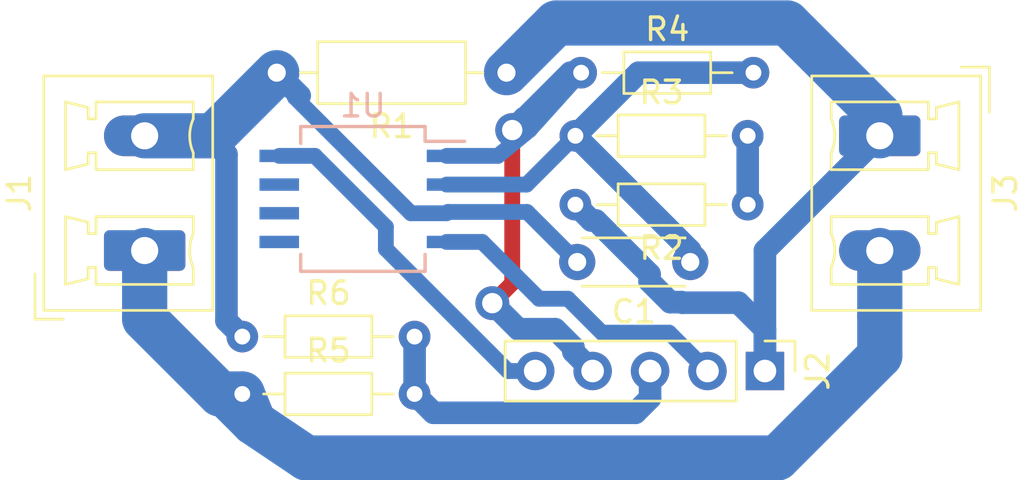
<source format=kicad_pcb>
(kicad_pcb (version 20171130) (host pcbnew 5.1.5-52549c5~84~ubuntu16.04.1)

  (general
    (thickness 1.6)
    (drawings 0)
    (tracks 84)
    (zones 0)
    (modules 11)
    (nets 10)
  )

  (page A4)
  (layers
    (0 F.Cu signal)
    (31 B.Cu signal)
    (32 B.Adhes user)
    (33 F.Adhes user)
    (34 B.Paste user)
    (35 F.Paste user)
    (36 B.SilkS user)
    (37 F.SilkS user)
    (38 B.Mask user)
    (39 F.Mask user)
    (40 Dwgs.User user)
    (41 Cmts.User user)
    (42 Eco1.User user)
    (43 Eco2.User user)
    (44 Edge.Cuts user)
    (45 Margin user)
    (46 B.CrtYd user)
    (47 F.CrtYd user)
    (48 B.Fab user)
    (49 F.Fab user)
  )

  (setup
    (last_trace_width 2)
    (trace_clearance 0.5)
    (zone_clearance 0.508)
    (zone_45_only no)
    (trace_min 0.2)
    (via_size 1.5)
    (via_drill 0.9)
    (via_min_size 0.4)
    (via_min_drill 0.3)
    (uvia_size 0.3)
    (uvia_drill 0.1)
    (uvias_allowed no)
    (uvia_min_size 0.2)
    (uvia_min_drill 0.1)
    (edge_width 0.05)
    (segment_width 0.2)
    (pcb_text_width 0.3)
    (pcb_text_size 1.5 1.5)
    (mod_edge_width 0.12)
    (mod_text_size 1 1)
    (mod_text_width 0.15)
    (pad_size 1.524 1.524)
    (pad_drill 0.762)
    (pad_to_mask_clearance 0.051)
    (solder_mask_min_width 0.25)
    (aux_axis_origin 0 0)
    (visible_elements FFFFFF7F)
    (pcbplotparams
      (layerselection 0x010fc_ffffffff)
      (usegerberextensions false)
      (usegerberattributes false)
      (usegerberadvancedattributes false)
      (creategerberjobfile false)
      (excludeedgelayer true)
      (linewidth 0.500000)
      (plotframeref false)
      (viasonmask false)
      (mode 1)
      (useauxorigin false)
      (hpglpennumber 1)
      (hpglpenspeed 20)
      (hpglpendiameter 15.000000)
      (psnegative false)
      (psa4output false)
      (plotreference true)
      (plotvalue true)
      (plotinvisibletext false)
      (padsonsilk false)
      (subtractmaskfromsilk false)
      (outputformat 1)
      (mirror false)
      (drillshape 1)
      (scaleselection 1)
      (outputdirectory ""))
  )

  (net 0 "")
  (net 1 "Net-(C1-Pad2)")
  (net 2 "Net-(C1-Pad1)")
  (net 3 "Net-(J2-Pad2)")
  (net 4 "Net-(J2-Pad1)")
  (net 5 "Net-(R2-Pad1)")
  (net 6 "Net-(J1-Pad1)")
  (net 7 "Net-(J2-Pad5)")
  (net 8 "Net-(J2-Pad4)")
  (net 9 VSENS)

  (net_class Default "This is the default net class."
    (clearance 0.5)
    (trace_width 2)
    (via_dia 1.5)
    (via_drill 0.9)
    (uvia_dia 0.3)
    (uvia_drill 0.1)
    (add_net "Net-(C1-Pad1)")
    (add_net "Net-(C1-Pad2)")
    (add_net "Net-(J1-Pad1)")
    (add_net "Net-(J2-Pad1)")
    (add_net "Net-(J2-Pad2)")
    (add_net "Net-(J2-Pad4)")
    (add_net "Net-(J2-Pad5)")
    (add_net "Net-(R2-Pad1)")
    (add_net VSENS)
  )

  (module Package_SO:SO-8_5.3x6.2mm_P1.27mm (layer B.Cu) (tedit 5A02F2D3) (tstamp 5E7113CC)
    (at 94.996 54.102 180)
    (descr "8-Lead Plastic Small Outline, 5.3x6.2mm Body (http://www.ti.com.cn/cn/lit/ds/symlink/tl7705a.pdf)")
    (tags "SOIC 1.27")
    (path /5E618ADF)
    (attr smd)
    (fp_text reference U1 (at 0 4.13) (layer B.SilkS)
      (effects (font (size 1 1) (thickness 0.15)) (justify mirror))
    )
    (fp_text value LM358 (at 0 -4.13) (layer B.Fab)
      (effects (font (size 1 1) (thickness 0.15)) (justify mirror))
    )
    (fp_line (start -2.75 2.55) (end -4.5 2.55) (layer B.SilkS) (width 0.15))
    (fp_line (start -2.75 -3.205) (end 2.75 -3.205) (layer B.SilkS) (width 0.15))
    (fp_line (start -2.75 3.205) (end 2.75 3.205) (layer B.SilkS) (width 0.15))
    (fp_line (start -2.75 -3.205) (end -2.75 -2.455) (layer B.SilkS) (width 0.15))
    (fp_line (start 2.75 -3.205) (end 2.75 -2.455) (layer B.SilkS) (width 0.15))
    (fp_line (start 2.75 3.205) (end 2.75 2.455) (layer B.SilkS) (width 0.15))
    (fp_line (start -2.75 3.205) (end -2.75 2.55) (layer B.SilkS) (width 0.15))
    (fp_line (start -4.83 -3.35) (end 4.83 -3.35) (layer B.CrtYd) (width 0.05))
    (fp_line (start -4.83 3.35) (end 4.83 3.35) (layer B.CrtYd) (width 0.05))
    (fp_line (start 4.83 3.35) (end 4.83 -3.35) (layer B.CrtYd) (width 0.05))
    (fp_line (start -4.83 3.35) (end -4.83 -3.35) (layer B.CrtYd) (width 0.05))
    (fp_line (start -2.65 2.1) (end -1.65 3.1) (layer B.Fab) (width 0.15))
    (fp_line (start -2.65 -3.1) (end -2.65 2.1) (layer B.Fab) (width 0.15))
    (fp_line (start 2.65 -3.1) (end -2.65 -3.1) (layer B.Fab) (width 0.15))
    (fp_line (start 2.65 3.1) (end 2.65 -3.1) (layer B.Fab) (width 0.15))
    (fp_line (start -1.65 3.1) (end 2.65 3.1) (layer B.Fab) (width 0.15))
    (fp_text user %R (at 0 0) (layer B.Fab)
      (effects (font (size 1 1) (thickness 0.15)) (justify mirror))
    )
    (pad 8 smd rect (at 3.7 1.905 180) (size 1.75 0.55) (layers B.Cu B.Paste B.Mask)
      (net 7 "Net-(J2-Pad5)"))
    (pad 7 smd rect (at 3.7 0.635 180) (size 1.75 0.55) (layers B.Cu B.Paste B.Mask))
    (pad 6 smd rect (at 3.7 -0.635 180) (size 1.75 0.55) (layers B.Cu B.Paste B.Mask))
    (pad 5 smd rect (at 3.7 -1.905 180) (size 1.75 0.55) (layers B.Cu B.Paste B.Mask))
    (pad 4 smd rect (at -3.7 -1.905 180) (size 1.75 0.55) (layers B.Cu B.Paste B.Mask)
      (net 3 "Net-(J2-Pad2)"))
    (pad 3 smd rect (at -3.7 -0.635 180) (size 1.75 0.55) (layers B.Cu B.Paste B.Mask)
      (net 1 "Net-(C1-Pad2)"))
    (pad 2 smd rect (at -3.7 0.635 180) (size 1.75 0.55) (layers B.Cu B.Paste B.Mask)
      (net 2 "Net-(C1-Pad1)"))
    (pad 1 smd rect (at -3.7 1.905 180) (size 1.75 0.55) (layers B.Cu B.Paste B.Mask)
      (net 8 "Net-(J2-Pad4)"))
    (model ${KISYS3DMOD}/Package_SO.3dshapes/SO-8_5.3x6.2mm_P1.27mm.wrl
      (at (xyz 0 0 0))
      (scale (xyz 1 1 1))
      (rotate (xyz 0 0 0))
    )
  )

  (module Resistor_THT:R_Axial_DIN0204_L3.6mm_D1.6mm_P7.62mm_Horizontal (layer F.Cu) (tedit 5AE5139B) (tstamp 5E7113AF)
    (at 89.662 60.198)
    (descr "Resistor, Axial_DIN0204 series, Axial, Horizontal, pin pitch=7.62mm, 0.167W, length*diameter=3.6*1.6mm^2, http://cdn-reichelt.de/documents/datenblatt/B400/1_4W%23YAG.pdf")
    (tags "Resistor Axial_DIN0204 series Axial Horizontal pin pitch 7.62mm 0.167W length 3.6mm diameter 1.6mm")
    (path /5E76A496)
    (fp_text reference R6 (at 3.81 -1.92) (layer F.SilkS)
      (effects (font (size 1 1) (thickness 0.15)))
    )
    (fp_text value 1k (at 3.81 1.92) (layer F.Fab)
      (effects (font (size 1 1) (thickness 0.15)))
    )
    (fp_text user %R (at 3.81 0) (layer F.Fab)
      (effects (font (size 0.72 0.72) (thickness 0.108)))
    )
    (fp_line (start 8.57 -1.05) (end -0.95 -1.05) (layer F.CrtYd) (width 0.05))
    (fp_line (start 8.57 1.05) (end 8.57 -1.05) (layer F.CrtYd) (width 0.05))
    (fp_line (start -0.95 1.05) (end 8.57 1.05) (layer F.CrtYd) (width 0.05))
    (fp_line (start -0.95 -1.05) (end -0.95 1.05) (layer F.CrtYd) (width 0.05))
    (fp_line (start 6.68 0) (end 5.73 0) (layer F.SilkS) (width 0.12))
    (fp_line (start 0.94 0) (end 1.89 0) (layer F.SilkS) (width 0.12))
    (fp_line (start 5.73 -0.92) (end 1.89 -0.92) (layer F.SilkS) (width 0.12))
    (fp_line (start 5.73 0.92) (end 5.73 -0.92) (layer F.SilkS) (width 0.12))
    (fp_line (start 1.89 0.92) (end 5.73 0.92) (layer F.SilkS) (width 0.12))
    (fp_line (start 1.89 -0.92) (end 1.89 0.92) (layer F.SilkS) (width 0.12))
    (fp_line (start 7.62 0) (end 5.61 0) (layer F.Fab) (width 0.1))
    (fp_line (start 0 0) (end 2.01 0) (layer F.Fab) (width 0.1))
    (fp_line (start 5.61 -0.8) (end 2.01 -0.8) (layer F.Fab) (width 0.1))
    (fp_line (start 5.61 0.8) (end 5.61 -0.8) (layer F.Fab) (width 0.1))
    (fp_line (start 2.01 0.8) (end 5.61 0.8) (layer F.Fab) (width 0.1))
    (fp_line (start 2.01 -0.8) (end 2.01 0.8) (layer F.Fab) (width 0.1))
    (pad 2 thru_hole oval (at 7.62 0) (size 1.4 1.4) (drill 0.7) (layers *.Cu *.Mask)
      (net 9 VSENS))
    (pad 1 thru_hole circle (at 0 0) (size 1.4 1.4) (drill 0.7) (layers *.Cu *.Mask)
      (net 1 "Net-(C1-Pad2)"))
    (model ${KISYS3DMOD}/Resistor_THT.3dshapes/R_Axial_DIN0204_L3.6mm_D1.6mm_P7.62mm_Horizontal.wrl
      (at (xyz 0 0 0))
      (scale (xyz 1 1 1))
      (rotate (xyz 0 0 0))
    )
  )

  (module Resistor_THT:R_Axial_DIN0204_L3.6mm_D1.6mm_P7.62mm_Horizontal (layer F.Cu) (tedit 5AE5139B) (tstamp 5E711398)
    (at 89.662 62.738)
    (descr "Resistor, Axial_DIN0204 series, Axial, Horizontal, pin pitch=7.62mm, 0.167W, length*diameter=3.6*1.6mm^2, http://cdn-reichelt.de/documents/datenblatt/B400/1_4W%23YAG.pdf")
    (tags "Resistor Axial_DIN0204 series Axial Horizontal pin pitch 7.62mm 0.167W length 3.6mm diameter 1.6mm")
    (path /5E767EE6)
    (fp_text reference R5 (at 3.81 -1.92) (layer F.SilkS)
      (effects (font (size 1 1) (thickness 0.15)))
    )
    (fp_text value 10k (at 3.81 1.92) (layer F.Fab)
      (effects (font (size 1 1) (thickness 0.15)))
    )
    (fp_text user %R (at 3.81 0) (layer F.Fab)
      (effects (font (size 0.72 0.72) (thickness 0.108)))
    )
    (fp_line (start 8.57 -1.05) (end -0.95 -1.05) (layer F.CrtYd) (width 0.05))
    (fp_line (start 8.57 1.05) (end 8.57 -1.05) (layer F.CrtYd) (width 0.05))
    (fp_line (start -0.95 1.05) (end 8.57 1.05) (layer F.CrtYd) (width 0.05))
    (fp_line (start -0.95 -1.05) (end -0.95 1.05) (layer F.CrtYd) (width 0.05))
    (fp_line (start 6.68 0) (end 5.73 0) (layer F.SilkS) (width 0.12))
    (fp_line (start 0.94 0) (end 1.89 0) (layer F.SilkS) (width 0.12))
    (fp_line (start 5.73 -0.92) (end 1.89 -0.92) (layer F.SilkS) (width 0.12))
    (fp_line (start 5.73 0.92) (end 5.73 -0.92) (layer F.SilkS) (width 0.12))
    (fp_line (start 1.89 0.92) (end 5.73 0.92) (layer F.SilkS) (width 0.12))
    (fp_line (start 1.89 -0.92) (end 1.89 0.92) (layer F.SilkS) (width 0.12))
    (fp_line (start 7.62 0) (end 5.61 0) (layer F.Fab) (width 0.1))
    (fp_line (start 0 0) (end 2.01 0) (layer F.Fab) (width 0.1))
    (fp_line (start 5.61 -0.8) (end 2.01 -0.8) (layer F.Fab) (width 0.1))
    (fp_line (start 5.61 0.8) (end 5.61 -0.8) (layer F.Fab) (width 0.1))
    (fp_line (start 2.01 0.8) (end 5.61 0.8) (layer F.Fab) (width 0.1))
    (fp_line (start 2.01 -0.8) (end 2.01 0.8) (layer F.Fab) (width 0.1))
    (pad 2 thru_hole oval (at 7.62 0) (size 1.4 1.4) (drill 0.7) (layers *.Cu *.Mask)
      (net 9 VSENS))
    (pad 1 thru_hole circle (at 0 0) (size 1.4 1.4) (drill 0.7) (layers *.Cu *.Mask)
      (net 6 "Net-(J1-Pad1)"))
    (model ${KISYS3DMOD}/Resistor_THT.3dshapes/R_Axial_DIN0204_L3.6mm_D1.6mm_P7.62mm_Horizontal.wrl
      (at (xyz 0 0 0))
      (scale (xyz 1 1 1))
      (rotate (xyz 0 0 0))
    )
  )

  (module Resistor_THT:R_Axial_DIN0204_L3.6mm_D1.6mm_P7.62mm_Horizontal (layer F.Cu) (tedit 5AE5139B) (tstamp 5E711381)
    (at 104.648 48.514)
    (descr "Resistor, Axial_DIN0204 series, Axial, Horizontal, pin pitch=7.62mm, 0.167W, length*diameter=3.6*1.6mm^2, http://cdn-reichelt.de/documents/datenblatt/B400/1_4W%23YAG.pdf")
    (tags "Resistor Axial_DIN0204 series Axial Horizontal pin pitch 7.62mm 0.167W length 3.6mm diameter 1.6mm")
    (path /5E6187FC)
    (fp_text reference R4 (at 3.81 -1.92) (layer F.SilkS)
      (effects (font (size 1 1) (thickness 0.15)))
    )
    (fp_text value 100k (at 3.81 1.92) (layer F.Fab)
      (effects (font (size 1 1) (thickness 0.15)))
    )
    (fp_text user %R (at 3.81 0) (layer F.Fab)
      (effects (font (size 0.72 0.72) (thickness 0.108)))
    )
    (fp_line (start 8.57 -1.05) (end -0.95 -1.05) (layer F.CrtYd) (width 0.05))
    (fp_line (start 8.57 1.05) (end 8.57 -1.05) (layer F.CrtYd) (width 0.05))
    (fp_line (start -0.95 1.05) (end 8.57 1.05) (layer F.CrtYd) (width 0.05))
    (fp_line (start -0.95 -1.05) (end -0.95 1.05) (layer F.CrtYd) (width 0.05))
    (fp_line (start 6.68 0) (end 5.73 0) (layer F.SilkS) (width 0.12))
    (fp_line (start 0.94 0) (end 1.89 0) (layer F.SilkS) (width 0.12))
    (fp_line (start 5.73 -0.92) (end 1.89 -0.92) (layer F.SilkS) (width 0.12))
    (fp_line (start 5.73 0.92) (end 5.73 -0.92) (layer F.SilkS) (width 0.12))
    (fp_line (start 1.89 0.92) (end 5.73 0.92) (layer F.SilkS) (width 0.12))
    (fp_line (start 1.89 -0.92) (end 1.89 0.92) (layer F.SilkS) (width 0.12))
    (fp_line (start 7.62 0) (end 5.61 0) (layer F.Fab) (width 0.1))
    (fp_line (start 0 0) (end 2.01 0) (layer F.Fab) (width 0.1))
    (fp_line (start 5.61 -0.8) (end 2.01 -0.8) (layer F.Fab) (width 0.1))
    (fp_line (start 5.61 0.8) (end 5.61 -0.8) (layer F.Fab) (width 0.1))
    (fp_line (start 2.01 0.8) (end 5.61 0.8) (layer F.Fab) (width 0.1))
    (fp_line (start 2.01 -0.8) (end 2.01 0.8) (layer F.Fab) (width 0.1))
    (pad 2 thru_hole oval (at 7.62 0) (size 1.4 1.4) (drill 0.7) (layers *.Cu *.Mask)
      (net 2 "Net-(C1-Pad1)"))
    (pad 1 thru_hole circle (at 0 0) (size 1.4 1.4) (drill 0.7) (layers *.Cu *.Mask)
      (net 8 "Net-(J2-Pad4)"))
    (model ${KISYS3DMOD}/Resistor_THT.3dshapes/R_Axial_DIN0204_L3.6mm_D1.6mm_P7.62mm_Horizontal.wrl
      (at (xyz 0 0 0))
      (scale (xyz 1 1 1))
      (rotate (xyz 0 0 0))
    )
  )

  (module Resistor_THT:R_Axial_DIN0204_L3.6mm_D1.6mm_P7.62mm_Horizontal (layer F.Cu) (tedit 5AE5139B) (tstamp 5E71136A)
    (at 104.394 51.308)
    (descr "Resistor, Axial_DIN0204 series, Axial, Horizontal, pin pitch=7.62mm, 0.167W, length*diameter=3.6*1.6mm^2, http://cdn-reichelt.de/documents/datenblatt/B400/1_4W%23YAG.pdf")
    (tags "Resistor Axial_DIN0204 series Axial Horizontal pin pitch 7.62mm 0.167W length 3.6mm diameter 1.6mm")
    (path /5E6184D2)
    (fp_text reference R3 (at 3.81 -1.92) (layer F.SilkS)
      (effects (font (size 1 1) (thickness 0.15)))
    )
    (fp_text value 10k (at 3.81 1.92) (layer F.Fab)
      (effects (font (size 1 1) (thickness 0.15)))
    )
    (fp_text user %R (at 3.81 0) (layer F.Fab)
      (effects (font (size 0.72 0.72) (thickness 0.108)))
    )
    (fp_line (start 8.57 -1.05) (end -0.95 -1.05) (layer F.CrtYd) (width 0.05))
    (fp_line (start 8.57 1.05) (end 8.57 -1.05) (layer F.CrtYd) (width 0.05))
    (fp_line (start -0.95 1.05) (end 8.57 1.05) (layer F.CrtYd) (width 0.05))
    (fp_line (start -0.95 -1.05) (end -0.95 1.05) (layer F.CrtYd) (width 0.05))
    (fp_line (start 6.68 0) (end 5.73 0) (layer F.SilkS) (width 0.12))
    (fp_line (start 0.94 0) (end 1.89 0) (layer F.SilkS) (width 0.12))
    (fp_line (start 5.73 -0.92) (end 1.89 -0.92) (layer F.SilkS) (width 0.12))
    (fp_line (start 5.73 0.92) (end 5.73 -0.92) (layer F.SilkS) (width 0.12))
    (fp_line (start 1.89 0.92) (end 5.73 0.92) (layer F.SilkS) (width 0.12))
    (fp_line (start 1.89 -0.92) (end 1.89 0.92) (layer F.SilkS) (width 0.12))
    (fp_line (start 7.62 0) (end 5.61 0) (layer F.Fab) (width 0.1))
    (fp_line (start 0 0) (end 2.01 0) (layer F.Fab) (width 0.1))
    (fp_line (start 5.61 -0.8) (end 2.01 -0.8) (layer F.Fab) (width 0.1))
    (fp_line (start 5.61 0.8) (end 5.61 -0.8) (layer F.Fab) (width 0.1))
    (fp_line (start 2.01 0.8) (end 5.61 0.8) (layer F.Fab) (width 0.1))
    (fp_line (start 2.01 -0.8) (end 2.01 0.8) (layer F.Fab) (width 0.1))
    (pad 2 thru_hole oval (at 7.62 0) (size 1.4 1.4) (drill 0.7) (layers *.Cu *.Mask)
      (net 5 "Net-(R2-Pad1)"))
    (pad 1 thru_hole circle (at 0 0) (size 1.4 1.4) (drill 0.7) (layers *.Cu *.Mask)
      (net 2 "Net-(C1-Pad1)"))
    (model ${KISYS3DMOD}/Resistor_THT.3dshapes/R_Axial_DIN0204_L3.6mm_D1.6mm_P7.62mm_Horizontal.wrl
      (at (xyz 0 0 0))
      (scale (xyz 1 1 1))
      (rotate (xyz 0 0 0))
    )
  )

  (module Resistor_THT:R_Axial_DIN0204_L3.6mm_D1.6mm_P7.62mm_Horizontal (layer F.Cu) (tedit 5AE5139B) (tstamp 5E711353)
    (at 112.014 54.356 180)
    (descr "Resistor, Axial_DIN0204 series, Axial, Horizontal, pin pitch=7.62mm, 0.167W, length*diameter=3.6*1.6mm^2, http://cdn-reichelt.de/documents/datenblatt/B400/1_4W%23YAG.pdf")
    (tags "Resistor Axial_DIN0204 series Axial Horizontal pin pitch 7.62mm 0.167W length 3.6mm diameter 1.6mm")
    (path /5E63ADD7)
    (fp_text reference R2 (at 3.81 -1.92) (layer F.SilkS)
      (effects (font (size 1 1) (thickness 0.15)))
    )
    (fp_text value 1k (at 3.81 1.92) (layer F.Fab)
      (effects (font (size 1 1) (thickness 0.15)))
    )
    (fp_text user %R (at 3.81 0) (layer F.Fab)
      (effects (font (size 0.72 0.72) (thickness 0.108)))
    )
    (fp_line (start 8.57 -1.05) (end -0.95 -1.05) (layer F.CrtYd) (width 0.05))
    (fp_line (start 8.57 1.05) (end 8.57 -1.05) (layer F.CrtYd) (width 0.05))
    (fp_line (start -0.95 1.05) (end 8.57 1.05) (layer F.CrtYd) (width 0.05))
    (fp_line (start -0.95 -1.05) (end -0.95 1.05) (layer F.CrtYd) (width 0.05))
    (fp_line (start 6.68 0) (end 5.73 0) (layer F.SilkS) (width 0.12))
    (fp_line (start 0.94 0) (end 1.89 0) (layer F.SilkS) (width 0.12))
    (fp_line (start 5.73 -0.92) (end 1.89 -0.92) (layer F.SilkS) (width 0.12))
    (fp_line (start 5.73 0.92) (end 5.73 -0.92) (layer F.SilkS) (width 0.12))
    (fp_line (start 1.89 0.92) (end 5.73 0.92) (layer F.SilkS) (width 0.12))
    (fp_line (start 1.89 -0.92) (end 1.89 0.92) (layer F.SilkS) (width 0.12))
    (fp_line (start 7.62 0) (end 5.61 0) (layer F.Fab) (width 0.1))
    (fp_line (start 0 0) (end 2.01 0) (layer F.Fab) (width 0.1))
    (fp_line (start 5.61 -0.8) (end 2.01 -0.8) (layer F.Fab) (width 0.1))
    (fp_line (start 5.61 0.8) (end 5.61 -0.8) (layer F.Fab) (width 0.1))
    (fp_line (start 2.01 0.8) (end 5.61 0.8) (layer F.Fab) (width 0.1))
    (fp_line (start 2.01 -0.8) (end 2.01 0.8) (layer F.Fab) (width 0.1))
    (pad 2 thru_hole oval (at 7.62 0 180) (size 1.4 1.4) (drill 0.7) (layers *.Cu *.Mask)
      (net 4 "Net-(J2-Pad1)"))
    (pad 1 thru_hole circle (at 0 0 180) (size 1.4 1.4) (drill 0.7) (layers *.Cu *.Mask)
      (net 5 "Net-(R2-Pad1)"))
    (model ${KISYS3DMOD}/Resistor_THT.3dshapes/R_Axial_DIN0204_L3.6mm_D1.6mm_P7.62mm_Horizontal.wrl
      (at (xyz 0 0 0))
      (scale (xyz 1 1 1))
      (rotate (xyz 0 0 0))
    )
  )

  (module Resistor_THT:R_Axial_DIN0207_L6.3mm_D2.5mm_P10.16mm_Horizontal (layer F.Cu) (tedit 5AE5139B) (tstamp 5E71133C)
    (at 101.346 48.514 180)
    (descr "Resistor, Axial_DIN0207 series, Axial, Horizontal, pin pitch=10.16mm, 0.25W = 1/4W, length*diameter=6.3*2.5mm^2, http://cdn-reichelt.de/documents/datenblatt/B400/1_4W%23YAG.pdf")
    (tags "Resistor Axial_DIN0207 series Axial Horizontal pin pitch 10.16mm 0.25W = 1/4W length 6.3mm diameter 2.5mm")
    (path /5E61869D)
    (fp_text reference R1 (at 5.08 -2.37) (layer F.SilkS)
      (effects (font (size 1 1) (thickness 0.15)))
    )
    (fp_text value R01 (at 5.08 2.37) (layer F.Fab)
      (effects (font (size 1 1) (thickness 0.15)))
    )
    (fp_text user %R (at 5.08 0) (layer F.Fab)
      (effects (font (size 1 1) (thickness 0.15)))
    )
    (fp_line (start 11.21 -1.5) (end -1.05 -1.5) (layer F.CrtYd) (width 0.05))
    (fp_line (start 11.21 1.5) (end 11.21 -1.5) (layer F.CrtYd) (width 0.05))
    (fp_line (start -1.05 1.5) (end 11.21 1.5) (layer F.CrtYd) (width 0.05))
    (fp_line (start -1.05 -1.5) (end -1.05 1.5) (layer F.CrtYd) (width 0.05))
    (fp_line (start 9.12 0) (end 8.35 0) (layer F.SilkS) (width 0.12))
    (fp_line (start 1.04 0) (end 1.81 0) (layer F.SilkS) (width 0.12))
    (fp_line (start 8.35 -1.37) (end 1.81 -1.37) (layer F.SilkS) (width 0.12))
    (fp_line (start 8.35 1.37) (end 8.35 -1.37) (layer F.SilkS) (width 0.12))
    (fp_line (start 1.81 1.37) (end 8.35 1.37) (layer F.SilkS) (width 0.12))
    (fp_line (start 1.81 -1.37) (end 1.81 1.37) (layer F.SilkS) (width 0.12))
    (fp_line (start 10.16 0) (end 8.23 0) (layer F.Fab) (width 0.1))
    (fp_line (start 0 0) (end 1.93 0) (layer F.Fab) (width 0.1))
    (fp_line (start 8.23 -1.25) (end 1.93 -1.25) (layer F.Fab) (width 0.1))
    (fp_line (start 8.23 1.25) (end 8.23 -1.25) (layer F.Fab) (width 0.1))
    (fp_line (start 1.93 1.25) (end 8.23 1.25) (layer F.Fab) (width 0.1))
    (fp_line (start 1.93 -1.25) (end 1.93 1.25) (layer F.Fab) (width 0.1))
    (pad 2 thru_hole oval (at 10.16 0 180) (size 1.6 1.6) (drill 0.8) (layers *.Cu *.Mask)
      (net 1 "Net-(C1-Pad2)"))
    (pad 1 thru_hole circle (at 0 0 180) (size 1.6 1.6) (drill 0.8) (layers *.Cu *.Mask)
      (net 4 "Net-(J2-Pad1)"))
    (model ${KISYS3DMOD}/Resistor_THT.3dshapes/R_Axial_DIN0207_L6.3mm_D2.5mm_P10.16mm_Horizontal.wrl
      (at (xyz 0 0 0))
      (scale (xyz 1 1 1))
      (rotate (xyz 0 0 0))
    )
  )

  (module Connector_Phoenix_MC_HighVoltage:PhoenixContact_MCV_1,5_2-G-5.08_1x02_P5.08mm_Vertical (layer F.Cu) (tedit 5B784ED3) (tstamp 5E711325)
    (at 117.856 51.308 270)
    (descr "Generic Phoenix Contact connector footprint for: MCV_1,5/2-G-5.08; number of pins: 02; pin pitch: 5.08mm; Vertical || order number: 1836299 8A 320V")
    (tags "phoenix_contact connector MCV_01x02_G_5.08mm")
    (path /5E7269C0)
    (fp_text reference J3 (at 2.54 -5.55 90) (layer F.SilkS)
      (effects (font (size 1 1) (thickness 0.15)))
    )
    (fp_text value PWROUT (at 2.54 4.1 90) (layer F.Fab)
      (effects (font (size 1 1) (thickness 0.15)))
    )
    (fp_text user %R (at 2.54 -3.65 90) (layer F.Fab)
      (effects (font (size 1 1) (thickness 0.15)))
    )
    (fp_line (start -3.04 -4.85) (end -1.04 -4.85) (layer F.Fab) (width 0.1))
    (fp_line (start -3.04 -3.6) (end -3.04 -4.85) (layer F.Fab) (width 0.1))
    (fp_line (start -3.04 -4.85) (end -1.04 -4.85) (layer F.SilkS) (width 0.12))
    (fp_line (start -3.04 -3.6) (end -3.04 -4.85) (layer F.SilkS) (width 0.12))
    (fp_line (start 8.12 -4.85) (end -3.04 -4.85) (layer F.CrtYd) (width 0.05))
    (fp_line (start 8.12 3.4) (end 8.12 -4.85) (layer F.CrtYd) (width 0.05))
    (fp_line (start -3.04 3.4) (end 8.12 3.4) (layer F.CrtYd) (width 0.05))
    (fp_line (start -3.04 -4.85) (end -3.04 3.4) (layer F.CrtYd) (width 0.05))
    (fp_line (start 6.58 2.15) (end 5.83 2.15) (layer F.SilkS) (width 0.12))
    (fp_line (start 6.58 -2.15) (end 6.58 2.15) (layer F.SilkS) (width 0.12))
    (fp_line (start 5.83 -2.15) (end 6.58 -2.15) (layer F.SilkS) (width 0.12))
    (fp_line (start 5.83 -2.5) (end 5.83 -2.15) (layer F.SilkS) (width 0.12))
    (fp_line (start 6.33 -2.5) (end 5.83 -2.5) (layer F.SilkS) (width 0.12))
    (fp_line (start 6.58 -3.5) (end 6.33 -2.5) (layer F.SilkS) (width 0.12))
    (fp_line (start 3.58 -3.5) (end 6.58 -3.5) (layer F.SilkS) (width 0.12))
    (fp_line (start 3.83 -2.5) (end 3.58 -3.5) (layer F.SilkS) (width 0.12))
    (fp_line (start 4.33 -2.5) (end 3.83 -2.5) (layer F.SilkS) (width 0.12))
    (fp_line (start 4.33 -2.15) (end 4.33 -2.5) (layer F.SilkS) (width 0.12))
    (fp_line (start 3.58 -2.15) (end 4.33 -2.15) (layer F.SilkS) (width 0.12))
    (fp_line (start 3.58 2.15) (end 3.58 -2.15) (layer F.SilkS) (width 0.12))
    (fp_line (start 4.33 2.15) (end 3.58 2.15) (layer F.SilkS) (width 0.12))
    (fp_line (start 1.5 2.15) (end 0.75 2.15) (layer F.SilkS) (width 0.12))
    (fp_line (start 1.5 -2.15) (end 1.5 2.15) (layer F.SilkS) (width 0.12))
    (fp_line (start 0.75 -2.15) (end 1.5 -2.15) (layer F.SilkS) (width 0.12))
    (fp_line (start 0.75 -2.5) (end 0.75 -2.15) (layer F.SilkS) (width 0.12))
    (fp_line (start 1.25 -2.5) (end 0.75 -2.5) (layer F.SilkS) (width 0.12))
    (fp_line (start 1.5 -3.5) (end 1.25 -2.5) (layer F.SilkS) (width 0.12))
    (fp_line (start -1.5 -3.5) (end 1.5 -3.5) (layer F.SilkS) (width 0.12))
    (fp_line (start -1.25 -2.5) (end -1.5 -3.5) (layer F.SilkS) (width 0.12))
    (fp_line (start -0.75 -2.5) (end -1.25 -2.5) (layer F.SilkS) (width 0.12))
    (fp_line (start -0.75 -2.15) (end -0.75 -2.5) (layer F.SilkS) (width 0.12))
    (fp_line (start -1.5 -2.15) (end -0.75 -2.15) (layer F.SilkS) (width 0.12))
    (fp_line (start -1.5 2.15) (end -1.5 -2.15) (layer F.SilkS) (width 0.12))
    (fp_line (start -0.75 2.15) (end -1.5 2.15) (layer F.SilkS) (width 0.12))
    (fp_line (start 7.62 -4.35) (end -2.54 -4.35) (layer F.Fab) (width 0.1))
    (fp_line (start 7.62 2.9) (end 7.62 -4.35) (layer F.Fab) (width 0.1))
    (fp_line (start -2.54 2.9) (end 7.62 2.9) (layer F.Fab) (width 0.1))
    (fp_line (start -2.54 -4.35) (end -2.54 2.9) (layer F.Fab) (width 0.1))
    (fp_line (start 7.73 -4.46) (end -2.65 -4.46) (layer F.SilkS) (width 0.12))
    (fp_line (start 7.73 3.01) (end 7.73 -4.46) (layer F.SilkS) (width 0.12))
    (fp_line (start -2.65 3.01) (end 7.73 3.01) (layer F.SilkS) (width 0.12))
    (fp_line (start -2.65 -4.46) (end -2.65 3.01) (layer F.SilkS) (width 0.12))
    (fp_arc (start 5.08 3.85) (end 4.33 2.15) (angle 47.6) (layer F.SilkS) (width 0.12))
    (fp_arc (start 0 3.85) (end -0.75 2.15) (angle 47.6) (layer F.SilkS) (width 0.12))
    (pad 2 thru_hole oval (at 5.08 0 270) (size 1.8 3.6) (drill 1.2) (layers *.Cu *.Mask)
      (net 6 "Net-(J1-Pad1)"))
    (pad 1 thru_hole roundrect (at 0 0 270) (size 1.8 3.6) (drill 1.2) (layers *.Cu *.Mask) (roundrect_rratio 0.138889)
      (net 4 "Net-(J2-Pad1)"))
    (model ${KISYS3DMOD}/Connector_Phoenix_MC_HighVoltage.3dshapes/PhoenixContact_MCV_1,5_2-G-5.08_1x02_P5.08mm_Vertical.wrl
      (at (xyz 0 0 0))
      (scale (xyz 1 1 1))
      (rotate (xyz 0 0 0))
    )
  )

  (module Connector_PinHeader_2.54mm:PinHeader_1x05_P2.54mm_Vertical (layer F.Cu) (tedit 59FED5CC) (tstamp 5E7112F2)
    (at 112.776 61.722 270)
    (descr "Through hole straight pin header, 1x05, 2.54mm pitch, single row")
    (tags "Through hole pin header THT 1x05 2.54mm single row")
    (path /5E61FF31)
    (fp_text reference J2 (at 0 -2.33 90) (layer F.SilkS)
      (effects (font (size 1 1) (thickness 0.15)))
    )
    (fp_text value "Out sensor" (at 0 12.49 90) (layer F.Fab)
      (effects (font (size 1 1) (thickness 0.15)))
    )
    (fp_text user %R (at 0 5.08) (layer F.Fab)
      (effects (font (size 1 1) (thickness 0.15)))
    )
    (fp_line (start 1.8 -1.8) (end -1.8 -1.8) (layer F.CrtYd) (width 0.05))
    (fp_line (start 1.8 11.95) (end 1.8 -1.8) (layer F.CrtYd) (width 0.05))
    (fp_line (start -1.8 11.95) (end 1.8 11.95) (layer F.CrtYd) (width 0.05))
    (fp_line (start -1.8 -1.8) (end -1.8 11.95) (layer F.CrtYd) (width 0.05))
    (fp_line (start -1.33 -1.33) (end 0 -1.33) (layer F.SilkS) (width 0.12))
    (fp_line (start -1.33 0) (end -1.33 -1.33) (layer F.SilkS) (width 0.12))
    (fp_line (start -1.33 1.27) (end 1.33 1.27) (layer F.SilkS) (width 0.12))
    (fp_line (start 1.33 1.27) (end 1.33 11.49) (layer F.SilkS) (width 0.12))
    (fp_line (start -1.33 1.27) (end -1.33 11.49) (layer F.SilkS) (width 0.12))
    (fp_line (start -1.33 11.49) (end 1.33 11.49) (layer F.SilkS) (width 0.12))
    (fp_line (start -1.27 -0.635) (end -0.635 -1.27) (layer F.Fab) (width 0.1))
    (fp_line (start -1.27 11.43) (end -1.27 -0.635) (layer F.Fab) (width 0.1))
    (fp_line (start 1.27 11.43) (end -1.27 11.43) (layer F.Fab) (width 0.1))
    (fp_line (start 1.27 -1.27) (end 1.27 11.43) (layer F.Fab) (width 0.1))
    (fp_line (start -0.635 -1.27) (end 1.27 -1.27) (layer F.Fab) (width 0.1))
    (pad 5 thru_hole oval (at 0 10.16 270) (size 1.7 1.7) (drill 1) (layers *.Cu *.Mask)
      (net 7 "Net-(J2-Pad5)"))
    (pad 4 thru_hole oval (at 0 7.62 270) (size 1.7 1.7) (drill 1) (layers *.Cu *.Mask)
      (net 8 "Net-(J2-Pad4)"))
    (pad 3 thru_hole oval (at 0 5.08 270) (size 1.7 1.7) (drill 1) (layers *.Cu *.Mask)
      (net 9 VSENS))
    (pad 2 thru_hole oval (at 0 2.54 270) (size 1.7 1.7) (drill 1) (layers *.Cu *.Mask)
      (net 3 "Net-(J2-Pad2)"))
    (pad 1 thru_hole rect (at 0 0 270) (size 1.7 1.7) (drill 1) (layers *.Cu *.Mask)
      (net 4 "Net-(J2-Pad1)"))
    (model ${KISYS3DMOD}/Connector_PinHeader_2.54mm.3dshapes/PinHeader_1x05_P2.54mm_Vertical.wrl
      (at (xyz 0 0 0))
      (scale (xyz 1 1 1))
      (rotate (xyz 0 0 0))
    )
  )

  (module Connector_Phoenix_MC_HighVoltage:PhoenixContact_MCV_1,5_2-G-5.08_1x02_P5.08mm_Vertical (layer F.Cu) (tedit 5B784ED3) (tstamp 5E7112D9)
    (at 85.344 56.388 90)
    (descr "Generic Phoenix Contact connector footprint for: MCV_1,5/2-G-5.08; number of pins: 02; pin pitch: 5.08mm; Vertical || order number: 1836299 8A 320V")
    (tags "phoenix_contact connector MCV_01x02_G_5.08mm")
    (path /5E61EF16)
    (fp_text reference J1 (at 2.54 -5.55 90) (layer F.SilkS)
      (effects (font (size 1 1) (thickness 0.15)))
    )
    (fp_text value PWRIN (at 2.54 4.1 90) (layer F.Fab)
      (effects (font (size 1 1) (thickness 0.15)))
    )
    (fp_text user %R (at 2.54 -3.65 90) (layer F.Fab)
      (effects (font (size 1 1) (thickness 0.15)))
    )
    (fp_line (start -3.04 -4.85) (end -1.04 -4.85) (layer F.Fab) (width 0.1))
    (fp_line (start -3.04 -3.6) (end -3.04 -4.85) (layer F.Fab) (width 0.1))
    (fp_line (start -3.04 -4.85) (end -1.04 -4.85) (layer F.SilkS) (width 0.12))
    (fp_line (start -3.04 -3.6) (end -3.04 -4.85) (layer F.SilkS) (width 0.12))
    (fp_line (start 8.12 -4.85) (end -3.04 -4.85) (layer F.CrtYd) (width 0.05))
    (fp_line (start 8.12 3.4) (end 8.12 -4.85) (layer F.CrtYd) (width 0.05))
    (fp_line (start -3.04 3.4) (end 8.12 3.4) (layer F.CrtYd) (width 0.05))
    (fp_line (start -3.04 -4.85) (end -3.04 3.4) (layer F.CrtYd) (width 0.05))
    (fp_line (start 6.58 2.15) (end 5.83 2.15) (layer F.SilkS) (width 0.12))
    (fp_line (start 6.58 -2.15) (end 6.58 2.15) (layer F.SilkS) (width 0.12))
    (fp_line (start 5.83 -2.15) (end 6.58 -2.15) (layer F.SilkS) (width 0.12))
    (fp_line (start 5.83 -2.5) (end 5.83 -2.15) (layer F.SilkS) (width 0.12))
    (fp_line (start 6.33 -2.5) (end 5.83 -2.5) (layer F.SilkS) (width 0.12))
    (fp_line (start 6.58 -3.5) (end 6.33 -2.5) (layer F.SilkS) (width 0.12))
    (fp_line (start 3.58 -3.5) (end 6.58 -3.5) (layer F.SilkS) (width 0.12))
    (fp_line (start 3.83 -2.5) (end 3.58 -3.5) (layer F.SilkS) (width 0.12))
    (fp_line (start 4.33 -2.5) (end 3.83 -2.5) (layer F.SilkS) (width 0.12))
    (fp_line (start 4.33 -2.15) (end 4.33 -2.5) (layer F.SilkS) (width 0.12))
    (fp_line (start 3.58 -2.15) (end 4.33 -2.15) (layer F.SilkS) (width 0.12))
    (fp_line (start 3.58 2.15) (end 3.58 -2.15) (layer F.SilkS) (width 0.12))
    (fp_line (start 4.33 2.15) (end 3.58 2.15) (layer F.SilkS) (width 0.12))
    (fp_line (start 1.5 2.15) (end 0.75 2.15) (layer F.SilkS) (width 0.12))
    (fp_line (start 1.5 -2.15) (end 1.5 2.15) (layer F.SilkS) (width 0.12))
    (fp_line (start 0.75 -2.15) (end 1.5 -2.15) (layer F.SilkS) (width 0.12))
    (fp_line (start 0.75 -2.5) (end 0.75 -2.15) (layer F.SilkS) (width 0.12))
    (fp_line (start 1.25 -2.5) (end 0.75 -2.5) (layer F.SilkS) (width 0.12))
    (fp_line (start 1.5 -3.5) (end 1.25 -2.5) (layer F.SilkS) (width 0.12))
    (fp_line (start -1.5 -3.5) (end 1.5 -3.5) (layer F.SilkS) (width 0.12))
    (fp_line (start -1.25 -2.5) (end -1.5 -3.5) (layer F.SilkS) (width 0.12))
    (fp_line (start -0.75 -2.5) (end -1.25 -2.5) (layer F.SilkS) (width 0.12))
    (fp_line (start -0.75 -2.15) (end -0.75 -2.5) (layer F.SilkS) (width 0.12))
    (fp_line (start -1.5 -2.15) (end -0.75 -2.15) (layer F.SilkS) (width 0.12))
    (fp_line (start -1.5 2.15) (end -1.5 -2.15) (layer F.SilkS) (width 0.12))
    (fp_line (start -0.75 2.15) (end -1.5 2.15) (layer F.SilkS) (width 0.12))
    (fp_line (start 7.62 -4.35) (end -2.54 -4.35) (layer F.Fab) (width 0.1))
    (fp_line (start 7.62 2.9) (end 7.62 -4.35) (layer F.Fab) (width 0.1))
    (fp_line (start -2.54 2.9) (end 7.62 2.9) (layer F.Fab) (width 0.1))
    (fp_line (start -2.54 -4.35) (end -2.54 2.9) (layer F.Fab) (width 0.1))
    (fp_line (start 7.73 -4.46) (end -2.65 -4.46) (layer F.SilkS) (width 0.12))
    (fp_line (start 7.73 3.01) (end 7.73 -4.46) (layer F.SilkS) (width 0.12))
    (fp_line (start -2.65 3.01) (end 7.73 3.01) (layer F.SilkS) (width 0.12))
    (fp_line (start -2.65 -4.46) (end -2.65 3.01) (layer F.SilkS) (width 0.12))
    (fp_arc (start 5.08 3.85) (end 4.33 2.15) (angle 47.6) (layer F.SilkS) (width 0.12))
    (fp_arc (start 0 3.85) (end -0.75 2.15) (angle 47.6) (layer F.SilkS) (width 0.12))
    (pad 2 thru_hole oval (at 5.08 0 90) (size 1.8 3.6) (drill 1.2) (layers *.Cu *.Mask)
      (net 1 "Net-(C1-Pad2)"))
    (pad 1 thru_hole roundrect (at 0 0 90) (size 1.8 3.6) (drill 1.2) (layers *.Cu *.Mask) (roundrect_rratio 0.138889)
      (net 6 "Net-(J1-Pad1)"))
    (model ${KISYS3DMOD}/Connector_Phoenix_MC_HighVoltage.3dshapes/PhoenixContact_MCV_1,5_2-G-5.08_1x02_P5.08mm_Vertical.wrl
      (at (xyz 0 0 0))
      (scale (xyz 1 1 1))
      (rotate (xyz 0 0 0))
    )
  )

  (module Capacitor_THT:C_Disc_D4.3mm_W1.9mm_P5.00mm (layer F.Cu) (tedit 5AE50EF0) (tstamp 5E7112A6)
    (at 109.474 56.896 180)
    (descr "C, Disc series, Radial, pin pitch=5.00mm, , diameter*width=4.3*1.9mm^2, Capacitor, http://www.vishay.com/docs/45233/krseries.pdf")
    (tags "C Disc series Radial pin pitch 5.00mm  diameter 4.3mm width 1.9mm Capacitor")
    (path /5E650145)
    (fp_text reference C1 (at 2.5 -2.2) (layer F.SilkS)
      (effects (font (size 1 1) (thickness 0.15)))
    )
    (fp_text value 104 (at 2.5 2.2) (layer F.Fab)
      (effects (font (size 1 1) (thickness 0.15)))
    )
    (fp_text user %R (at 2.5 0) (layer F.Fab)
      (effects (font (size 0.86 0.86) (thickness 0.129)))
    )
    (fp_line (start 6.05 -1.2) (end -1.05 -1.2) (layer F.CrtYd) (width 0.05))
    (fp_line (start 6.05 1.2) (end 6.05 -1.2) (layer F.CrtYd) (width 0.05))
    (fp_line (start -1.05 1.2) (end 6.05 1.2) (layer F.CrtYd) (width 0.05))
    (fp_line (start -1.05 -1.2) (end -1.05 1.2) (layer F.CrtYd) (width 0.05))
    (fp_line (start 4.77 1.055) (end 4.77 1.07) (layer F.SilkS) (width 0.12))
    (fp_line (start 4.77 -1.07) (end 4.77 -1.055) (layer F.SilkS) (width 0.12))
    (fp_line (start 0.23 1.055) (end 0.23 1.07) (layer F.SilkS) (width 0.12))
    (fp_line (start 0.23 -1.07) (end 0.23 -1.055) (layer F.SilkS) (width 0.12))
    (fp_line (start 0.23 1.07) (end 4.77 1.07) (layer F.SilkS) (width 0.12))
    (fp_line (start 0.23 -1.07) (end 4.77 -1.07) (layer F.SilkS) (width 0.12))
    (fp_line (start 4.65 -0.95) (end 0.35 -0.95) (layer F.Fab) (width 0.1))
    (fp_line (start 4.65 0.95) (end 4.65 -0.95) (layer F.Fab) (width 0.1))
    (fp_line (start 0.35 0.95) (end 4.65 0.95) (layer F.Fab) (width 0.1))
    (fp_line (start 0.35 -0.95) (end 0.35 0.95) (layer F.Fab) (width 0.1))
    (pad 2 thru_hole circle (at 5 0 180) (size 1.6 1.6) (drill 0.8) (layers *.Cu *.Mask)
      (net 1 "Net-(C1-Pad2)"))
    (pad 1 thru_hole circle (at 0 0 180) (size 1.6 1.6) (drill 0.8) (layers *.Cu *.Mask)
      (net 2 "Net-(C1-Pad1)"))
    (model ${KISYS3DMOD}/Capacitor_THT.3dshapes/C_Disc_D4.3mm_W1.9mm_P5.00mm.wrl
      (at (xyz 0 0 0))
      (scale (xyz 1 1 1))
      (rotate (xyz 0 0 0))
    )
  )

  (segment (start 87.844 51.308) (end 85.344 51.308) (width 0.7) (layer B.Cu) (net 1))
  (segment (start 97.121 54.737) (end 98.696 54.737) (width 0.7) (layer B.Cu) (net 1))
  (segment (start 91.985999 49.601999) (end 97.121 54.737) (width 0.7) (layer B.Cu) (net 1))
  (segment (start 91.985999 49.313999) (end 91.985999 49.601999) (width 0.7) (layer B.Cu) (net 1))
  (segment (start 88.392 51.308) (end 91.186 48.514) (width 2) (layer B.Cu) (net 1))
  (segment (start 85.344 51.308) (end 88.392 51.308) (width 2) (layer B.Cu) (net 1))
  (segment (start 88.962001 52.132001) (end 88.392 51.562) (width 1) (layer B.Cu) (net 1))
  (segment (start 88.962001 59.498001) (end 88.962001 52.132001) (width 1) (layer B.Cu) (net 1))
  (segment (start 89.662 60.198) (end 88.962001 59.498001) (width 1) (layer B.Cu) (net 1))
  (segment (start 88.392 51.562) (end 87.844 51.308) (width 0.7) (layer B.Cu) (net 1))
  (segment (start 91.186 48.514) (end 92.202 49.53) (width 1) (layer B.Cu) (net 1))
  (segment (start 92.202 49.53) (end 91.985999 49.313999) (width 0.7) (layer B.Cu) (net 1))
  (segment (start 104.474 56.896) (end 102.257991 54.679991) (width 0.7) (layer B.Cu) (net 1))
  (segment (start 98.753009 54.679991) (end 98.696 54.737) (width 0.7) (layer B.Cu) (net 1))
  (segment (start 102.257991 54.679991) (end 98.753009 54.679991) (width 0.7) (layer B.Cu) (net 1))
  (segment (start 102.235 53.467) (end 104.394 51.308) (width 0.7) (layer B.Cu) (net 2))
  (segment (start 98.696 53.467) (end 102.235 53.467) (width 0.7) (layer B.Cu) (net 2))
  (segment (start 107.188 48.514) (end 104.394 51.308) (width 1) (layer B.Cu) (net 2))
  (segment (start 112.268 48.514) (end 107.188 48.514) (width 1) (layer B.Cu) (net 2))
  (segment (start 109.474 56.388) (end 104.394 51.308) (width 1) (layer B.Cu) (net 2))
  (segment (start 109.474 56.896) (end 109.474 56.388) (width 1) (layer B.Cu) (net 2))
  (segment (start 100.271 56.007) (end 98.696 56.007) (width 0.7) (layer B.Cu) (net 3))
  (segment (start 102.785988 58.521988) (end 100.271 56.007) (width 0.7) (layer B.Cu) (net 3))
  (segment (start 108.535999 60.021999) (end 105.563204 60.021999) (width 0.7) (layer B.Cu) (net 3))
  (segment (start 105.563204 60.021999) (end 104.063193 58.521988) (width 0.7) (layer B.Cu) (net 3))
  (segment (start 110.236 61.722) (end 108.535999 60.021999) (width 0.7) (layer B.Cu) (net 3))
  (segment (start 104.063193 58.521988) (end 102.785988 58.521988) (width 0.7) (layer B.Cu) (net 3))
  (segment (start 117.856 50.408) (end 117.856 51.308) (width 2) (layer B.Cu) (net 4))
  (segment (start 113.761999 46.313999) (end 117.856 50.408) (width 2) (layer B.Cu) (net 4))
  (segment (start 103.546001 46.313999) (end 113.761999 46.313999) (width 2) (layer B.Cu) (net 4))
  (segment (start 101.346 48.514) (end 103.546001 46.313999) (width 2) (layer B.Cu) (net 4))
  (segment (start 112.776 56.388) (end 117.856 51.308) (width 1) (layer B.Cu) (net 4))
  (segment (start 112.776 61.722) (end 112.776 56.388) (width 1) (layer B.Cu) (net 4))
  (segment (start 109.095191 58.671988) (end 109.119204 58.696001) (width 1) (layer B.Cu) (net 4))
  (segment (start 104.394 54.356) (end 105.093999 55.055999) (width 1) (layer B.Cu) (net 4))
  (segment (start 111.600001 58.696001) (end 112.776 59.872) (width 1) (layer B.Cu) (net 4))
  (segment (start 105.093999 55.055999) (end 105.298001 55.055999) (width 1) (layer B.Cu) (net 4))
  (segment (start 107.673999 57.431997) (end 107.673999 57.760001) (width 1) (layer B.Cu) (net 4))
  (segment (start 112.776 59.872) (end 112.776 61.722) (width 1) (layer B.Cu) (net 4))
  (segment (start 107.673999 57.760001) (end 108.585986 58.671988) (width 1) (layer B.Cu) (net 4))
  (segment (start 109.119204 58.696001) (end 111.600001 58.696001) (width 1) (layer B.Cu) (net 4))
  (segment (start 105.298001 55.055999) (end 107.673999 57.431997) (width 1) (layer B.Cu) (net 4))
  (segment (start 108.585986 58.671988) (end 109.095191 58.671988) (width 1) (layer B.Cu) (net 4))
  (segment (start 112.014 51.308) (end 112.014 54.356) (width 1) (layer B.Cu) (net 5))
  (segment (start 88.672051 62.738) (end 89.662 62.738) (width 2) (layer B.Cu) (net 6))
  (segment (start 85.344 59.409949) (end 88.672051 62.738) (width 2) (layer B.Cu) (net 6))
  (segment (start 85.344 56.388) (end 85.344 59.409949) (width 2) (layer B.Cu) (net 6))
  (segment (start 117.856 59.288) (end 117.856 56.388) (width 2) (layer B.Cu) (net 6))
  (segment (start 92.496012 65.572012) (end 113.32599 65.572012) (width 2) (layer B.Cu) (net 6))
  (segment (start 117.856 61.042002) (end 117.856 59.288) (width 2) (layer B.Cu) (net 6))
  (segment (start 113.32599 65.572012) (end 117.856 61.042002) (width 2) (layer B.Cu) (net 6))
  (segment (start 88.672051 62.738) (end 88.9 62.738) (width 2) (layer B.Cu) (net 6))
  (segment (start 88.9 62.738) (end 90.17 64.008) (width 2) (layer B.Cu) (net 6))
  (segment (start 90.17 64.008) (end 92.496012 65.572012) (width 2) (layer B.Cu) (net 6))
  (segment (start 89.662 62.738) (end 90.17 64.008) (width 2) (layer B.Cu) (net 6))
  (segment (start 92.871 52.197) (end 96.012 55.338) (width 0.7) (layer B.Cu) (net 7))
  (segment (start 91.296 52.197) (end 92.871 52.197) (width 0.7) (layer B.Cu) (net 7))
  (segment (start 101.413919 61.722) (end 102.616 61.722) (width 0.7) (layer B.Cu) (net 7))
  (segment (start 96.012 56.320081) (end 101.413919 61.722) (width 0.7) (layer B.Cu) (net 7))
  (segment (start 96.012 55.338) (end 96.012 56.320081) (width 0.7) (layer B.Cu) (net 7))
  (segment (start 100.965 52.197) (end 98.696 52.197) (width 0.7) (layer B.Cu) (net 8))
  (segment (start 102.362 51.054) (end 100.965 52.197) (width 0.7) (layer B.Cu) (net 8))
  (segment (start 104.648 48.514) (end 102.362 51.054) (width 0.7) (layer B.Cu) (net 8))
  (via (at 101.6 51.054) (size 1.5) (drill 0.9) (layers F.Cu B.Cu) (net 8))
  (segment (start 101.6 51.054) (end 102.362 51.054) (width 0.7) (layer B.Cu) (net 8))
  (segment (start 102.139991 50.514009) (end 101.6 51.054) (width 1) (layer B.Cu) (net 8))
  (segment (start 102.174431 50.514009) (end 102.139991 50.514009) (width 1) (layer B.Cu) (net 8))
  (segment (start 104.17444 48.514) (end 102.174431 50.514009) (width 1) (layer B.Cu) (net 8))
  (segment (start 104.648 48.514) (end 104.17444 48.514) (width 1) (layer B.Cu) (net 8))
  (segment (start 101.46879 59.467547) (end 100.718791 58.717548) (width 1) (layer B.Cu) (net 8))
  (segment (start 101.873242 59.871999) (end 101.46879 59.467547) (width 1) (layer B.Cu) (net 8))
  (segment (start 104.306001 60.673999) (end 103.504001 59.871999) (width 1) (layer B.Cu) (net 8))
  (segment (start 104.306001 60.872001) (end 104.306001 60.673999) (width 1) (layer B.Cu) (net 8))
  (via (at 100.718791 58.717548) (size 1.5) (drill 0.9) (layers F.Cu B.Cu) (net 8))
  (segment (start 101.6 51.054) (end 101.6 57.836339) (width 0.7) (layer F.Cu) (net 8))
  (segment (start 101.6 57.836339) (end 100.718791 58.717548) (width 0.7) (layer F.Cu) (net 8))
  (segment (start 103.504001 59.871999) (end 101.873242 59.871999) (width 1) (layer B.Cu) (net 8))
  (segment (start 105.156 61.722) (end 104.306001 60.872001) (width 1) (layer B.Cu) (net 8))
  (segment (start 97.981999 63.437999) (end 97.282 62.738) (width 1) (layer B.Cu) (net 9))
  (segment (start 107.04808 63.572001) (end 98.116001 63.572001) (width 1) (layer B.Cu) (net 9))
  (segment (start 98.116001 63.572001) (end 97.981999 63.437999) (width 1) (layer B.Cu) (net 9))
  (segment (start 107.696 61.722) (end 107.696 62.924081) (width 1) (layer B.Cu) (net 9))
  (segment (start 107.696 62.924081) (end 107.04808 63.572001) (width 1) (layer B.Cu) (net 9))
  (segment (start 97.282 60.198) (end 97.282 62.738) (width 1) (layer B.Cu) (net 9))

)

</source>
